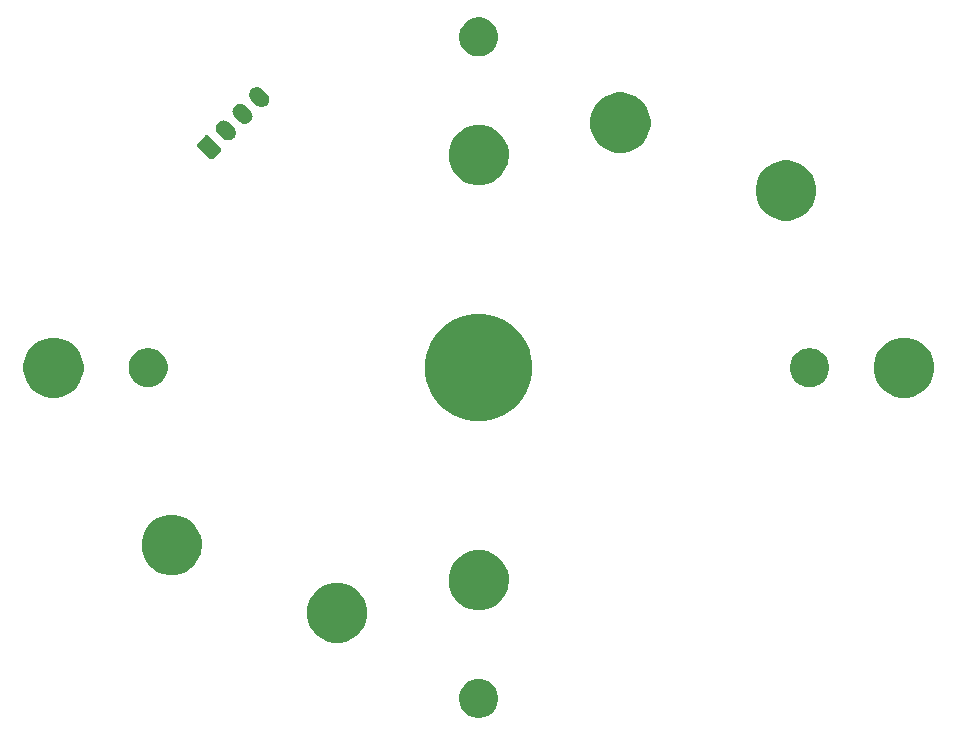
<source format=gbr>
G04 #@! TF.GenerationSoftware,KiCad,Pcbnew,(5.0.2)-1*
G04 #@! TF.CreationDate,2019-06-21T17:09:31-07:00*
G04 #@! TF.ProjectId,slip_ring_rotor,736c6970-5f72-4696-9e67-5f726f746f72,rev?*
G04 #@! TF.SameCoordinates,Original*
G04 #@! TF.FileFunction,Soldermask,Top*
G04 #@! TF.FilePolarity,Negative*
%FSLAX46Y46*%
G04 Gerber Fmt 4.6, Leading zero omitted, Abs format (unit mm)*
G04 Created by KiCad (PCBNEW (5.0.2)-1) date 6/21/2019 5:09:31 PM*
%MOMM*%
%LPD*%
G01*
G04 APERTURE LIST*
%ADD10C,0.100000*%
G04 APERTURE END LIST*
D10*
G36*
X375256Y-26391298D02*
X481579Y-26412447D01*
X782042Y-26536903D01*
X1048852Y-26715180D01*
X1052454Y-26717587D01*
X1282413Y-26947546D01*
X1463098Y-27217960D01*
X1587553Y-27518422D01*
X1651000Y-27837389D01*
X1651000Y-28162611D01*
X1587553Y-28481578D01*
X1463098Y-28782040D01*
X1282413Y-29052454D01*
X1052454Y-29282413D01*
X1052451Y-29282415D01*
X782042Y-29463097D01*
X481579Y-29587553D01*
X375256Y-29608702D01*
X162611Y-29651000D01*
X-162611Y-29651000D01*
X-375256Y-29608702D01*
X-481579Y-29587553D01*
X-782042Y-29463097D01*
X-1052451Y-29282415D01*
X-1052454Y-29282413D01*
X-1282413Y-29052454D01*
X-1463098Y-28782040D01*
X-1587553Y-28481578D01*
X-1651000Y-28162611D01*
X-1651000Y-27837389D01*
X-1587553Y-27518422D01*
X-1463098Y-27217960D01*
X-1282413Y-26947546D01*
X-1052454Y-26717587D01*
X-1048852Y-26715180D01*
X-782042Y-26536903D01*
X-481579Y-26412447D01*
X-375256Y-26391298D01*
X-162611Y-26349000D01*
X162611Y-26349000D01*
X375256Y-26391298D01*
X375256Y-26391298D01*
G37*
G36*
X-11255904Y-18297033D02*
X-11255902Y-18297034D01*
X-11255901Y-18297034D01*
X-10791648Y-18489333D01*
X-10410369Y-18744096D01*
X-10373829Y-18768511D01*
X-10018511Y-19123829D01*
X-10018509Y-19123832D01*
X-9739333Y-19541648D01*
X-9704323Y-19626171D01*
X-9547033Y-20005904D01*
X-9458106Y-20452967D01*
X-9449000Y-20498748D01*
X-9449000Y-21001252D01*
X-9547034Y-21494099D01*
X-9739333Y-21958352D01*
X-10017250Y-22374284D01*
X-10018511Y-22376171D01*
X-10373829Y-22731489D01*
X-10373832Y-22731491D01*
X-10791648Y-23010667D01*
X-11255901Y-23202966D01*
X-11255902Y-23202966D01*
X-11255904Y-23202967D01*
X-11748747Y-23301000D01*
X-12251253Y-23301000D01*
X-12744096Y-23202967D01*
X-12744098Y-23202966D01*
X-12744099Y-23202966D01*
X-13208352Y-23010667D01*
X-13626168Y-22731491D01*
X-13626171Y-22731489D01*
X-13981489Y-22376171D01*
X-13982750Y-22374284D01*
X-14260667Y-21958352D01*
X-14452966Y-21494099D01*
X-14551000Y-21001252D01*
X-14551000Y-20498748D01*
X-14541894Y-20452967D01*
X-14452967Y-20005904D01*
X-14295677Y-19626171D01*
X-14260667Y-19541648D01*
X-13981491Y-19123832D01*
X-13981489Y-19123829D01*
X-13626171Y-18768511D01*
X-13589631Y-18744096D01*
X-13208352Y-18489333D01*
X-12744099Y-18297034D01*
X-12744098Y-18297034D01*
X-12744096Y-18297033D01*
X-12251253Y-18199000D01*
X-11748747Y-18199000D01*
X-11255904Y-18297033D01*
X-11255904Y-18297033D01*
G37*
G36*
X744096Y-15547033D02*
X744098Y-15547034D01*
X744099Y-15547034D01*
X1208352Y-15739333D01*
X1624284Y-16017250D01*
X1626171Y-16018511D01*
X1981489Y-16373829D01*
X1981491Y-16373832D01*
X2260667Y-16791648D01*
X2452966Y-17255901D01*
X2452967Y-17255904D01*
X2551000Y-17748747D01*
X2551000Y-18251253D01*
X2503643Y-18489334D01*
X2452966Y-18744099D01*
X2260667Y-19208352D01*
X1982750Y-19624284D01*
X1981489Y-19626171D01*
X1626171Y-19981489D01*
X1626168Y-19981491D01*
X1208352Y-20260667D01*
X744099Y-20452966D01*
X744098Y-20452966D01*
X744096Y-20452967D01*
X251253Y-20551000D01*
X-251253Y-20551000D01*
X-744096Y-20452967D01*
X-744098Y-20452966D01*
X-744099Y-20452966D01*
X-1208352Y-20260667D01*
X-1626168Y-19981491D01*
X-1626171Y-19981489D01*
X-1981489Y-19626171D01*
X-1982750Y-19624284D01*
X-2260667Y-19208352D01*
X-2452966Y-18744099D01*
X-2503642Y-18489334D01*
X-2551000Y-18251253D01*
X-2551000Y-17748747D01*
X-2452967Y-17255904D01*
X-2452966Y-17255901D01*
X-2260667Y-16791648D01*
X-1981491Y-16373832D01*
X-1981489Y-16373829D01*
X-1626171Y-16018511D01*
X-1624284Y-16017250D01*
X-1208352Y-15739333D01*
X-744099Y-15547034D01*
X-744098Y-15547034D01*
X-744096Y-15547033D01*
X-251253Y-15449000D01*
X251253Y-15449000D01*
X744096Y-15547033D01*
X744096Y-15547033D01*
G37*
G36*
X-25255904Y-12547033D02*
X-25255902Y-12547034D01*
X-25255901Y-12547034D01*
X-24791648Y-12739333D01*
X-24375716Y-13017250D01*
X-24373829Y-13018511D01*
X-24018511Y-13373829D01*
X-24018509Y-13373832D01*
X-23739333Y-13791648D01*
X-23547034Y-14255901D01*
X-23547033Y-14255904D01*
X-23449000Y-14748747D01*
X-23449000Y-15251253D01*
X-23488334Y-15449000D01*
X-23547034Y-15744099D01*
X-23739333Y-16208352D01*
X-24017250Y-16624284D01*
X-24018511Y-16626171D01*
X-24373829Y-16981489D01*
X-24373832Y-16981491D01*
X-24791648Y-17260667D01*
X-25255901Y-17452966D01*
X-25255902Y-17452966D01*
X-25255904Y-17452967D01*
X-25748747Y-17551000D01*
X-26251253Y-17551000D01*
X-26744096Y-17452967D01*
X-26744098Y-17452966D01*
X-26744099Y-17452966D01*
X-27208352Y-17260667D01*
X-27626168Y-16981491D01*
X-27626171Y-16981489D01*
X-27981489Y-16626171D01*
X-27982750Y-16624284D01*
X-28260667Y-16208352D01*
X-28452966Y-15744099D01*
X-28511665Y-15449000D01*
X-28551000Y-15251253D01*
X-28551000Y-14748747D01*
X-28452967Y-14255904D01*
X-28452966Y-14255901D01*
X-28260667Y-13791648D01*
X-27981491Y-13373832D01*
X-27981489Y-13373829D01*
X-27626171Y-13018511D01*
X-27624284Y-13017250D01*
X-27208352Y-12739333D01*
X-26744099Y-12547034D01*
X-26744098Y-12547034D01*
X-26744096Y-12547033D01*
X-26251253Y-12449000D01*
X-25748747Y-12449000D01*
X-25255904Y-12547033D01*
X-25255904Y-12547033D01*
G37*
G36*
X1327475Y4376108D02*
X1327477Y4376107D01*
X1327478Y4376107D01*
X2155707Y4033044D01*
X2897727Y3537241D01*
X2901096Y3534990D01*
X3534990Y2901096D01*
X3534992Y2901093D01*
X4033044Y2155707D01*
X4319931Y1463098D01*
X4376108Y1327475D01*
X4551000Y448236D01*
X4551000Y-448236D01*
X4430814Y-1052451D01*
X4376107Y-1327478D01*
X4033044Y-2155707D01*
X3768917Y-2551000D01*
X3534990Y-2901096D01*
X2901096Y-3534990D01*
X2901093Y-3534992D01*
X2155707Y-4033044D01*
X1327478Y-4376107D01*
X1327477Y-4376107D01*
X1327475Y-4376108D01*
X448236Y-4551000D01*
X-448236Y-4551000D01*
X-1327475Y-4376108D01*
X-1327477Y-4376107D01*
X-1327478Y-4376107D01*
X-2155707Y-4033044D01*
X-2901093Y-3534992D01*
X-2901096Y-3534990D01*
X-3534990Y-2901096D01*
X-3768917Y-2551000D01*
X-4033044Y-2155707D01*
X-4376107Y-1327478D01*
X-4430813Y-1052451D01*
X-4551000Y-448236D01*
X-4551000Y448236D01*
X-4376108Y1327475D01*
X-4319931Y1463098D01*
X-4033044Y2155707D01*
X-3534992Y2901093D01*
X-3534990Y2901096D01*
X-2901096Y3534990D01*
X-2897727Y3537241D01*
X-2155707Y4033044D01*
X-1327478Y4376107D01*
X-1327477Y4376107D01*
X-1327475Y4376108D01*
X-448236Y4551000D01*
X448236Y4551000D01*
X1327475Y4376108D01*
X1327475Y4376108D01*
G37*
G36*
X36744096Y2452967D02*
X36744098Y2452966D01*
X36744099Y2452966D01*
X37208352Y2260667D01*
X37624284Y1982750D01*
X37626171Y1981489D01*
X37981489Y1626171D01*
X37981491Y1626168D01*
X38260667Y1208352D01*
X38452966Y744099D01*
X38551000Y251252D01*
X38551000Y-251252D01*
X38452966Y-744099D01*
X38260667Y-1208352D01*
X38090451Y-1463098D01*
X37981489Y-1626171D01*
X37626171Y-1981489D01*
X37626168Y-1981491D01*
X37208352Y-2260667D01*
X36744099Y-2452966D01*
X36744098Y-2452966D01*
X36744096Y-2452967D01*
X36251253Y-2551000D01*
X35748747Y-2551000D01*
X35255904Y-2452967D01*
X35255902Y-2452966D01*
X35255901Y-2452966D01*
X34791648Y-2260667D01*
X34373832Y-1981491D01*
X34373829Y-1981489D01*
X34018511Y-1626171D01*
X33909549Y-1463098D01*
X33739333Y-1208352D01*
X33547034Y-744099D01*
X33449000Y-251252D01*
X33449000Y251252D01*
X33547034Y744099D01*
X33739333Y1208352D01*
X34018509Y1626168D01*
X34018511Y1626171D01*
X34373829Y1981489D01*
X34375716Y1982750D01*
X34791648Y2260667D01*
X35255901Y2452966D01*
X35255902Y2452966D01*
X35255904Y2452967D01*
X35748747Y2551000D01*
X36251253Y2551000D01*
X36744096Y2452967D01*
X36744096Y2452967D01*
G37*
G36*
X-35255904Y2452967D02*
X-35255902Y2452966D01*
X-35255901Y2452966D01*
X-34791648Y2260667D01*
X-34375716Y1982750D01*
X-34373829Y1981489D01*
X-34018511Y1626171D01*
X-34018509Y1626168D01*
X-33739333Y1208352D01*
X-33547034Y744099D01*
X-33449000Y251252D01*
X-33449000Y-251252D01*
X-33547034Y-744099D01*
X-33739333Y-1208352D01*
X-33909549Y-1463098D01*
X-34018511Y-1626171D01*
X-34373829Y-1981489D01*
X-34373832Y-1981491D01*
X-34791648Y-2260667D01*
X-35255901Y-2452966D01*
X-35255902Y-2452966D01*
X-35255904Y-2452967D01*
X-35748747Y-2551000D01*
X-36251253Y-2551000D01*
X-36744096Y-2452967D01*
X-36744098Y-2452966D01*
X-36744099Y-2452966D01*
X-37208352Y-2260667D01*
X-37626168Y-1981491D01*
X-37626171Y-1981489D01*
X-37981489Y-1626171D01*
X-38090451Y-1463098D01*
X-38260667Y-1208352D01*
X-38452966Y-744099D01*
X-38551000Y-251252D01*
X-38551000Y251252D01*
X-38452966Y744099D01*
X-38260667Y1208352D01*
X-37981491Y1626168D01*
X-37981489Y1626171D01*
X-37626171Y1981489D01*
X-37624284Y1982750D01*
X-37208352Y2260667D01*
X-36744099Y2452966D01*
X-36744098Y2452966D01*
X-36744096Y2452967D01*
X-36251253Y2551000D01*
X-35748747Y2551000D01*
X-35255904Y2452967D01*
X-35255904Y2452967D01*
G37*
G36*
X-27624744Y1608702D02*
X-27518421Y1587553D01*
X-27217958Y1463097D01*
X-27014990Y1327478D01*
X-26947546Y1282413D01*
X-26717587Y1052454D01*
X-26536902Y782040D01*
X-26412447Y481578D01*
X-26349000Y162611D01*
X-26349000Y-162611D01*
X-26412447Y-481578D01*
X-26536902Y-782040D01*
X-26717587Y-1052454D01*
X-26947546Y-1282413D01*
X-26947549Y-1282415D01*
X-27217958Y-1463097D01*
X-27518421Y-1587553D01*
X-27624744Y-1608702D01*
X-27837389Y-1651000D01*
X-28162611Y-1651000D01*
X-28375256Y-1608702D01*
X-28481579Y-1587553D01*
X-28782042Y-1463097D01*
X-29052451Y-1282415D01*
X-29052454Y-1282413D01*
X-29282413Y-1052454D01*
X-29463098Y-782040D01*
X-29587553Y-481578D01*
X-29651000Y-162611D01*
X-29651000Y162611D01*
X-29587553Y481578D01*
X-29463098Y782040D01*
X-29282413Y1052454D01*
X-29052454Y1282413D01*
X-28985010Y1327478D01*
X-28782042Y1463097D01*
X-28481579Y1587553D01*
X-28375256Y1608702D01*
X-28162611Y1651000D01*
X-27837389Y1651000D01*
X-27624744Y1608702D01*
X-27624744Y1608702D01*
G37*
G36*
X28375256Y1608702D02*
X28481579Y1587553D01*
X28782042Y1463097D01*
X28985010Y1327478D01*
X29052454Y1282413D01*
X29282413Y1052454D01*
X29463098Y782040D01*
X29587553Y481578D01*
X29651000Y162611D01*
X29651000Y-162611D01*
X29587553Y-481578D01*
X29463098Y-782040D01*
X29282413Y-1052454D01*
X29052454Y-1282413D01*
X29052451Y-1282415D01*
X28782042Y-1463097D01*
X28481579Y-1587553D01*
X28375256Y-1608702D01*
X28162611Y-1651000D01*
X27837389Y-1651000D01*
X27624744Y-1608702D01*
X27518421Y-1587553D01*
X27217958Y-1463097D01*
X26947549Y-1282415D01*
X26947546Y-1282413D01*
X26717587Y-1052454D01*
X26536902Y-782040D01*
X26412447Y-481578D01*
X26349000Y-162611D01*
X26349000Y162611D01*
X26412447Y481578D01*
X26536902Y782040D01*
X26717587Y1052454D01*
X26947546Y1282413D01*
X27014990Y1327478D01*
X27217958Y1463097D01*
X27518421Y1587553D01*
X27624744Y1608702D01*
X27837389Y1651000D01*
X28162611Y1651000D01*
X28375256Y1608702D01*
X28375256Y1608702D01*
G37*
G36*
X26744096Y17452967D02*
X26744098Y17452966D01*
X26744099Y17452966D01*
X27208352Y17260667D01*
X27624284Y16982750D01*
X27626171Y16981489D01*
X27981489Y16626171D01*
X27981491Y16626168D01*
X28260667Y16208352D01*
X28452966Y15744099D01*
X28452967Y15744096D01*
X28551000Y15251253D01*
X28551000Y14748748D01*
X28452966Y14255901D01*
X28260667Y13791648D01*
X27982750Y13375716D01*
X27981489Y13373829D01*
X27626171Y13018511D01*
X27626168Y13018509D01*
X27208352Y12739333D01*
X26744099Y12547034D01*
X26744098Y12547034D01*
X26744096Y12547033D01*
X26251253Y12449000D01*
X25748747Y12449000D01*
X25255904Y12547033D01*
X25255902Y12547034D01*
X25255901Y12547034D01*
X24791648Y12739333D01*
X24373832Y13018509D01*
X24373829Y13018511D01*
X24018511Y13373829D01*
X24017250Y13375716D01*
X23739333Y13791648D01*
X23547034Y14255901D01*
X23449000Y14748748D01*
X23449000Y15251253D01*
X23547033Y15744096D01*
X23547034Y15744099D01*
X23739333Y16208352D01*
X24018509Y16626168D01*
X24018511Y16626171D01*
X24373829Y16981489D01*
X24375716Y16982750D01*
X24791648Y17260667D01*
X25255901Y17452966D01*
X25255902Y17452966D01*
X25255904Y17452967D01*
X25748747Y17551000D01*
X26251253Y17551000D01*
X26744096Y17452967D01*
X26744096Y17452967D01*
G37*
G36*
X744096Y20452967D02*
X744098Y20452966D01*
X744099Y20452966D01*
X1208352Y20260667D01*
X1386449Y20141666D01*
X1626171Y19981489D01*
X1981489Y19626171D01*
X1981491Y19626168D01*
X2260667Y19208352D01*
X2442854Y18768511D01*
X2452967Y18744096D01*
X2551000Y18251253D01*
X2551000Y17748747D01*
X2511666Y17551000D01*
X2452966Y17255901D01*
X2260667Y16791648D01*
X1982750Y16375716D01*
X1981489Y16373829D01*
X1626171Y16018511D01*
X1626168Y16018509D01*
X1208352Y15739333D01*
X744099Y15547034D01*
X744098Y15547034D01*
X744096Y15547033D01*
X251253Y15449000D01*
X-251253Y15449000D01*
X-744096Y15547033D01*
X-744098Y15547034D01*
X-744099Y15547034D01*
X-1208352Y15739333D01*
X-1626168Y16018509D01*
X-1626171Y16018511D01*
X-1981489Y16373829D01*
X-1982750Y16375716D01*
X-2260667Y16791648D01*
X-2452966Y17255901D01*
X-2511665Y17551000D01*
X-2551000Y17748747D01*
X-2551000Y18251253D01*
X-2452967Y18744096D01*
X-2442854Y18768511D01*
X-2260667Y19208352D01*
X-1981491Y19626168D01*
X-1981489Y19626171D01*
X-1626171Y19981489D01*
X-1386449Y20141666D01*
X-1208352Y20260667D01*
X-744099Y20452966D01*
X-744098Y20452966D01*
X-744096Y20452967D01*
X-251253Y20551000D01*
X251253Y20551000D01*
X744096Y20452967D01*
X744096Y20452967D01*
G37*
G36*
X-22984307Y19700125D02*
X-22947210Y19688872D01*
X-22913029Y19670602D01*
X-22878297Y19642097D01*
X-21857903Y18621703D01*
X-21829398Y18586971D01*
X-21811128Y18552790D01*
X-21799875Y18515693D01*
X-21796076Y18477119D01*
X-21799875Y18438545D01*
X-21811128Y18401448D01*
X-21829398Y18367267D01*
X-21857903Y18332535D01*
X-22489389Y17701049D01*
X-22524121Y17672544D01*
X-22558302Y17654274D01*
X-22595399Y17643021D01*
X-22633973Y17639222D01*
X-22672547Y17643021D01*
X-22709644Y17654274D01*
X-22743825Y17672544D01*
X-22778557Y17701049D01*
X-23798951Y18721443D01*
X-23827456Y18756175D01*
X-23845726Y18790356D01*
X-23856979Y18827453D01*
X-23860778Y18866027D01*
X-23856979Y18904601D01*
X-23845726Y18941698D01*
X-23827456Y18975879D01*
X-23798951Y19010611D01*
X-23167465Y19642097D01*
X-23132733Y19670602D01*
X-23098552Y19688872D01*
X-23061455Y19700125D01*
X-23022881Y19703924D01*
X-22984307Y19700125D01*
X-22984307Y19700125D01*
G37*
G36*
X12744096Y23202967D02*
X12744098Y23202966D01*
X12744099Y23202966D01*
X13208352Y23010667D01*
X13605588Y22745242D01*
X13626171Y22731489D01*
X13981489Y22376171D01*
X13981491Y22376168D01*
X14260667Y21958352D01*
X14452966Y21494099D01*
X14452967Y21494096D01*
X14551000Y21001253D01*
X14551000Y20498747D01*
X14455563Y20018953D01*
X14452966Y20005901D01*
X14260667Y19541648D01*
X13982750Y19125716D01*
X13981489Y19123829D01*
X13626171Y18768511D01*
X13626168Y18768509D01*
X13208352Y18489333D01*
X12744099Y18297034D01*
X12744098Y18297034D01*
X12744096Y18297033D01*
X12251253Y18199000D01*
X11748747Y18199000D01*
X11255904Y18297033D01*
X11255902Y18297034D01*
X11255901Y18297034D01*
X10791648Y18489333D01*
X10373832Y18768509D01*
X10373829Y18768511D01*
X10018511Y19123829D01*
X10017250Y19125716D01*
X9739333Y19541648D01*
X9547034Y20005901D01*
X9544438Y20018953D01*
X9449000Y20498747D01*
X9449000Y21001253D01*
X9547033Y21494096D01*
X9547034Y21494099D01*
X9739333Y21958352D01*
X10018509Y22376168D01*
X10018511Y22376171D01*
X10373829Y22731489D01*
X10394412Y22745242D01*
X10791648Y23010667D01*
X11255901Y23202966D01*
X11255902Y23202966D01*
X11255904Y23202967D01*
X11748747Y23301000D01*
X12251253Y23301000D01*
X12744096Y23202967D01*
X12744096Y23202967D01*
G37*
G36*
X-21481048Y20921821D02*
X-21358337Y20884596D01*
X-21358335Y20884595D01*
X-21245241Y20824146D01*
X-21201433Y20788193D01*
X-21170948Y20763175D01*
X-20736825Y20329052D01*
X-20675855Y20254760D01*
X-20615404Y20141664D01*
X-20578179Y20018953D01*
X-20565611Y19891334D01*
X-20578179Y19763714D01*
X-20615404Y19641003D01*
X-20615405Y19641001D01*
X-20675854Y19527907D01*
X-20757206Y19428780D01*
X-20856333Y19347428D01*
X-20969427Y19286979D01*
X-20969429Y19286978D01*
X-21092140Y19249753D01*
X-21210058Y19238141D01*
X-21219759Y19237185D01*
X-21219760Y19237185D01*
X-21347379Y19249753D01*
X-21470090Y19286978D01*
X-21470092Y19286979D01*
X-21583185Y19347428D01*
X-21596507Y19358361D01*
X-21657478Y19408399D01*
X-22091601Y19842522D01*
X-22131659Y19891333D01*
X-22152572Y19916815D01*
X-22213021Y20029909D01*
X-22213022Y20029911D01*
X-22250247Y20152622D01*
X-22262815Y20280241D01*
X-22250247Y20407860D01*
X-22213022Y20530571D01*
X-22213021Y20530573D01*
X-22152572Y20643667D01*
X-22071220Y20742794D01*
X-21972093Y20824146D01*
X-21858999Y20884595D01*
X-21858997Y20884596D01*
X-21736286Y20921821D01*
X-21608667Y20934389D01*
X-21481048Y20921821D01*
X-21481048Y20921821D01*
G37*
G36*
X-20066835Y22336034D02*
X-19944124Y22298809D01*
X-19944122Y22298808D01*
X-19831028Y22238359D01*
X-19787220Y22202406D01*
X-19756735Y22177388D01*
X-19322612Y21743265D01*
X-19261642Y21668973D01*
X-19201191Y21555877D01*
X-19163966Y21433166D01*
X-19151398Y21305547D01*
X-19163966Y21177927D01*
X-19201191Y21055216D01*
X-19201192Y21055214D01*
X-19261641Y20942120D01*
X-19342993Y20842993D01*
X-19442120Y20761641D01*
X-19555214Y20701192D01*
X-19555216Y20701191D01*
X-19677927Y20663966D01*
X-19795845Y20652354D01*
X-19805546Y20651398D01*
X-19805547Y20651398D01*
X-19933166Y20663966D01*
X-20055877Y20701191D01*
X-20133711Y20742794D01*
X-20168972Y20761641D01*
X-20182294Y20772574D01*
X-20243265Y20822612D01*
X-20677388Y21256735D01*
X-20717446Y21305546D01*
X-20738359Y21331028D01*
X-20798808Y21444122D01*
X-20798809Y21444124D01*
X-20836034Y21566835D01*
X-20848602Y21694454D01*
X-20836034Y21822073D01*
X-20798809Y21944784D01*
X-20791557Y21958352D01*
X-20738359Y22057880D01*
X-20657007Y22157007D01*
X-20557880Y22238359D01*
X-20444786Y22298808D01*
X-20444784Y22298809D01*
X-20322073Y22336034D01*
X-20194454Y22348602D01*
X-20066835Y22336034D01*
X-20066835Y22336034D01*
G37*
G36*
X-18652621Y23750248D02*
X-18529910Y23713023D01*
X-18529908Y23713022D01*
X-18416814Y23652573D01*
X-18373006Y23616620D01*
X-18342521Y23591602D01*
X-17908398Y23157479D01*
X-17847428Y23083187D01*
X-17786977Y22970091D01*
X-17749752Y22847380D01*
X-17737184Y22719761D01*
X-17749752Y22592141D01*
X-17786977Y22469430D01*
X-17786978Y22469428D01*
X-17847427Y22356334D01*
X-17928779Y22257207D01*
X-18027906Y22175855D01*
X-18141000Y22115406D01*
X-18141002Y22115405D01*
X-18263713Y22078180D01*
X-18381631Y22066568D01*
X-18391332Y22065612D01*
X-18391333Y22065612D01*
X-18518952Y22078180D01*
X-18641663Y22115405D01*
X-18641665Y22115406D01*
X-18754758Y22175855D01*
X-18768080Y22186788D01*
X-18829051Y22236826D01*
X-19263174Y22670949D01*
X-19303232Y22719760D01*
X-19324145Y22745242D01*
X-19384594Y22858336D01*
X-19384595Y22858338D01*
X-19421820Y22981049D01*
X-19434388Y23108668D01*
X-19421820Y23236287D01*
X-19384595Y23358998D01*
X-19384594Y23359000D01*
X-19324145Y23472094D01*
X-19242793Y23571221D01*
X-19143666Y23652573D01*
X-19030572Y23713022D01*
X-19030570Y23713023D01*
X-18907859Y23750248D01*
X-18780240Y23762816D01*
X-18652621Y23750248D01*
X-18652621Y23750248D01*
G37*
G36*
X375256Y29608702D02*
X481579Y29587553D01*
X782042Y29463097D01*
X1048852Y29284820D01*
X1052454Y29282413D01*
X1282413Y29052454D01*
X1463098Y28782040D01*
X1587553Y28481578D01*
X1651000Y28162611D01*
X1651000Y27837389D01*
X1587553Y27518422D01*
X1463098Y27217960D01*
X1282413Y26947546D01*
X1052454Y26717587D01*
X1052451Y26717585D01*
X782042Y26536903D01*
X481579Y26412447D01*
X375256Y26391298D01*
X162611Y26349000D01*
X-162611Y26349000D01*
X-375256Y26391298D01*
X-481579Y26412447D01*
X-782042Y26536903D01*
X-1052451Y26717585D01*
X-1052454Y26717587D01*
X-1282413Y26947546D01*
X-1463098Y27217960D01*
X-1587553Y27518422D01*
X-1651000Y27837389D01*
X-1651000Y28162611D01*
X-1587553Y28481578D01*
X-1463098Y28782040D01*
X-1282413Y29052454D01*
X-1052454Y29282413D01*
X-1048852Y29284820D01*
X-782042Y29463097D01*
X-481579Y29587553D01*
X-375256Y29608702D01*
X-162611Y29651000D01*
X162611Y29651000D01*
X375256Y29608702D01*
X375256Y29608702D01*
G37*
M02*

</source>
